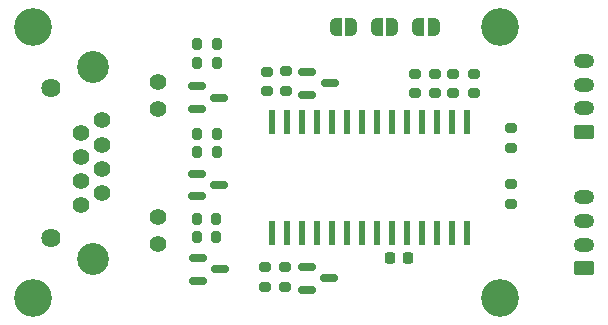
<source format=gbr>
G04 #@! TF.GenerationSoftware,KiCad,Pcbnew,8.0.0*
G04 #@! TF.CreationDate,2024-03-12T12:46:25+03:00*
G04 #@! TF.ProjectId,Maxxfan_ethernet_controller,4d617878-6661-46e5-9f65-746865726e65,rev?*
G04 #@! TF.SameCoordinates,Original*
G04 #@! TF.FileFunction,Soldermask,Top*
G04 #@! TF.FilePolarity,Negative*
%FSLAX46Y46*%
G04 Gerber Fmt 4.6, Leading zero omitted, Abs format (unit mm)*
G04 Created by KiCad (PCBNEW 8.0.0) date 2024-03-12 12:46:25*
%MOMM*%
%LPD*%
G01*
G04 APERTURE LIST*
G04 Aperture macros list*
%AMRoundRect*
0 Rectangle with rounded corners*
0 $1 Rounding radius*
0 $2 $3 $4 $5 $6 $7 $8 $9 X,Y pos of 4 corners*
0 Add a 4 corners polygon primitive as box body*
4,1,4,$2,$3,$4,$5,$6,$7,$8,$9,$2,$3,0*
0 Add four circle primitives for the rounded corners*
1,1,$1+$1,$2,$3*
1,1,$1+$1,$4,$5*
1,1,$1+$1,$6,$7*
1,1,$1+$1,$8,$9*
0 Add four rect primitives between the rounded corners*
20,1,$1+$1,$2,$3,$4,$5,0*
20,1,$1+$1,$4,$5,$6,$7,0*
20,1,$1+$1,$6,$7,$8,$9,0*
20,1,$1+$1,$8,$9,$2,$3,0*%
%AMFreePoly0*
4,1,19,0.000000,0.744911,0.071157,0.744911,0.207708,0.704816,0.327430,0.627875,0.420627,0.520320,0.479746,0.390866,0.500000,0.250000,0.500000,-0.250000,0.479746,-0.390866,0.420627,-0.520320,0.327430,-0.627875,0.207708,-0.704816,0.071157,-0.744911,0.000000,-0.744911,0.000000,-0.750000,-0.500000,-0.750000,-0.500000,0.750000,0.000000,0.750000,0.000000,0.744911,0.000000,0.744911,
$1*%
%AMFreePoly1*
4,1,19,0.500000,-0.750000,0.000000,-0.750000,0.000000,-0.744911,-0.071157,-0.744911,-0.207708,-0.704816,-0.327430,-0.627875,-0.420627,-0.520320,-0.479746,-0.390866,-0.500000,-0.250000,-0.500000,0.250000,-0.479746,0.390866,-0.420627,0.520320,-0.327430,0.627875,-0.207708,0.704816,-0.071157,0.744911,0.000000,0.744911,0.000000,0.750000,0.500000,0.750000,0.500000,-0.750000,0.500000,-0.750000,
$1*%
G04 Aperture macros list end*
%ADD10RoundRect,0.250000X0.625000X-0.350000X0.625000X0.350000X-0.625000X0.350000X-0.625000X-0.350000X0*%
%ADD11O,1.750000X1.200000*%
%ADD12FreePoly0,180.000000*%
%ADD13FreePoly1,180.000000*%
%ADD14FreePoly0,0.000000*%
%ADD15FreePoly1,0.000000*%
%ADD16RoundRect,0.150000X-0.587500X-0.150000X0.587500X-0.150000X0.587500X0.150000X-0.587500X0.150000X0*%
%ADD17RoundRect,0.200000X0.275000X-0.200000X0.275000X0.200000X-0.275000X0.200000X-0.275000X-0.200000X0*%
%ADD18RoundRect,0.200000X0.200000X0.275000X-0.200000X0.275000X-0.200000X-0.275000X0.200000X-0.275000X0*%
%ADD19C,3.200000*%
%ADD20RoundRect,0.200000X-0.275000X0.200000X-0.275000X-0.200000X0.275000X-0.200000X0.275000X0.200000X0*%
%ADD21C,1.400000*%
%ADD22C,1.625000*%
%ADD23C,2.700000*%
%ADD24R,0.600000X2.000000*%
%ADD25RoundRect,0.225000X-0.225000X-0.250000X0.225000X-0.250000X0.225000X0.250000X-0.225000X0.250000X0*%
G04 APERTURE END LIST*
D10*
X144600000Y-118450000D03*
D11*
X144600000Y-116450000D03*
X144600000Y-114450000D03*
X144600000Y-112450000D03*
X144600000Y-100900000D03*
X144600000Y-102900000D03*
X144600000Y-104900000D03*
D10*
X144600000Y-106900000D03*
D12*
X130600000Y-98000000D03*
D13*
X131900000Y-98000000D03*
D14*
X124900000Y-98000000D03*
D15*
X123600000Y-98000000D03*
D16*
X121175000Y-118350000D03*
X121175000Y-120250000D03*
X123050000Y-119300000D03*
D17*
X135312500Y-103650000D03*
X135312500Y-102000000D03*
D18*
X113525000Y-99450000D03*
X111875000Y-99450000D03*
D14*
X128350000Y-98000000D03*
D15*
X127050000Y-98000000D03*
D16*
X121200000Y-101850000D03*
X121200000Y-103750000D03*
X123075000Y-102800000D03*
D18*
X113475000Y-114250000D03*
X111825000Y-114250000D03*
D16*
X111900000Y-117600000D03*
X111900000Y-119500000D03*
X113775000Y-118550000D03*
D19*
X137500000Y-121000000D03*
X137500000Y-98000000D03*
D20*
X138400000Y-111325000D03*
X138400000Y-112975000D03*
D16*
X111850000Y-103050000D03*
X111850000Y-104950000D03*
X113725000Y-104000000D03*
D21*
X103780000Y-105940000D03*
X102000000Y-106960000D03*
X103780000Y-107980000D03*
X102000000Y-109000000D03*
X103780000Y-110020000D03*
X102000000Y-111040000D03*
X103780000Y-112060000D03*
X102000000Y-113080000D03*
X108590000Y-102650000D03*
X108590000Y-104940000D03*
X108590000Y-114080000D03*
X108590000Y-116370000D03*
D22*
X99460000Y-103160000D03*
X99460000Y-115860000D03*
D23*
X103020000Y-101380000D03*
X103020000Y-117640000D03*
D20*
X117650000Y-118375000D03*
X117650000Y-120025000D03*
D18*
X113525000Y-108650000D03*
X111875000Y-108650000D03*
D17*
X119362500Y-103425000D03*
X119362500Y-101775000D03*
D20*
X138450000Y-106600000D03*
X138450000Y-108250000D03*
X131962500Y-102000000D03*
X131962500Y-103650000D03*
D18*
X113475000Y-115800000D03*
X111825000Y-115800000D03*
D19*
X98000000Y-121000000D03*
D17*
X117812500Y-103450000D03*
X117812500Y-101800000D03*
D18*
X113525000Y-101050000D03*
X111875000Y-101050000D03*
D24*
X118207500Y-115475000D03*
X119477500Y-115475000D03*
X120747500Y-115475000D03*
X122017500Y-115475000D03*
X123287500Y-115475000D03*
X124557500Y-115475000D03*
X125827500Y-115475000D03*
X127097500Y-115475000D03*
X128367500Y-115475000D03*
X129637500Y-115475000D03*
X130907500Y-115475000D03*
X132177500Y-115475000D03*
X133447500Y-115475000D03*
X134717500Y-115475000D03*
X134717500Y-106075000D03*
X133447500Y-106075000D03*
X132177500Y-106075000D03*
X130907500Y-106075000D03*
X129637500Y-106075000D03*
X128367500Y-106075000D03*
X127097500Y-106075000D03*
X125827500Y-106075000D03*
X124557500Y-106075000D03*
X123287500Y-106075000D03*
X122017500Y-106075000D03*
X120747500Y-106075000D03*
X119477500Y-106075000D03*
X118207500Y-106075000D03*
D19*
X98000000Y-98000000D03*
D20*
X130312500Y-102000000D03*
X130312500Y-103650000D03*
D18*
X113525000Y-107100000D03*
X111875000Y-107100000D03*
D16*
X111875000Y-110450000D03*
X111875000Y-112350000D03*
X113750000Y-111400000D03*
D20*
X133562500Y-102000000D03*
X133562500Y-103650000D03*
D17*
X119312500Y-120025000D03*
X119312500Y-118375000D03*
D25*
X128187500Y-117575000D03*
X129737500Y-117575000D03*
M02*

</source>
